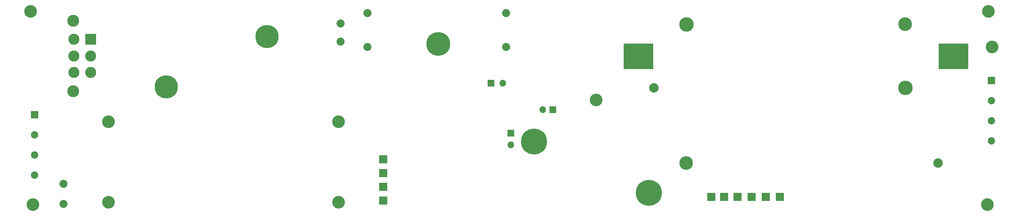
<source format=gbs>
G04 #@! TF.GenerationSoftware,KiCad,Pcbnew,7.0.9*
G04 #@! TF.CreationDate,2024-04-15T23:38:29-07:00*
G04 #@! TF.ProjectId,AVcarrierBoard,41566361-7272-4696-9572-426f6172642e,rev?*
G04 #@! TF.SameCoordinates,Original*
G04 #@! TF.FileFunction,Soldermask,Bot*
G04 #@! TF.FilePolarity,Negative*
%FSLAX46Y46*%
G04 Gerber Fmt 4.6, Leading zero omitted, Abs format (unit mm)*
G04 Created by KiCad (PCBNEW 7.0.9) date 2024-04-15 23:38:29*
%MOMM*%
%LPD*%
G01*
G04 APERTURE LIST*
G04 Aperture macros list*
%AMRoundRect*
0 Rectangle with rounded corners*
0 $1 Rounding radius*
0 $2 $3 $4 $5 $6 $7 $8 $9 X,Y pos of 4 corners*
0 Add a 4 corners polygon primitive as box body*
4,1,4,$2,$3,$4,$5,$6,$7,$8,$9,$2,$3,0*
0 Add four circle primitives for the rounded corners*
1,1,$1+$1,$2,$3*
1,1,$1+$1,$4,$5*
1,1,$1+$1,$6,$7*
1,1,$1+$1,$8,$9*
0 Add four rect primitives between the rounded corners*
20,1,$1+$1,$2,$3,$4,$5,0*
20,1,$1+$1,$4,$5,$6,$7,0*
20,1,$1+$1,$6,$7,$8,$9,0*
20,1,$1+$1,$8,$9,$2,$3,0*%
G04 Aperture macros list end*
%ADD10C,3.200000*%
%ADD11R,1.700000X1.700000*%
%ADD12O,1.700000X1.700000*%
%ADD13RoundRect,0.102000X-0.825000X0.825000X-0.825000X-0.825000X0.825000X-0.825000X0.825000X0.825000X0*%
%ADD14C,1.854000*%
%ADD15R,2.032000X2.032000*%
%ADD16C,2.032000*%
%ADD17C,2.999999*%
%ADD18R,2.800000X2.800000*%
%ADD19C,2.800000*%
%ADD20C,3.450000*%
%ADD21C,2.390000*%
%ADD22C,6.560820*%
%ADD23C,3.654400*%
%ADD24C,2.387600*%
%ADD25R,7.467600X6.477000*%
%ADD26C,5.842000*%
%ADD27C,6.000000*%
G04 APERTURE END LIST*
D10*
X171000000Y-93000000D03*
D11*
X144470200Y-88798400D03*
D12*
X147440200Y-88798400D03*
D13*
X29464000Y-96723200D03*
D14*
X29464000Y-101803200D03*
X29464000Y-106883200D03*
X29464000Y-111963200D03*
D10*
X48057500Y-98503750D03*
X48057500Y-118823750D03*
X106057500Y-98503750D03*
X106057500Y-118823750D03*
D15*
X117275000Y-108060000D03*
X117275000Y-111520000D03*
X117275000Y-114980000D03*
X117275000Y-118440000D03*
D16*
X36735000Y-114220000D03*
X36735000Y-119300000D03*
D10*
X28448000Y-70713600D03*
X29006800Y-119430800D03*
D17*
X39166800Y-90830400D03*
X39166800Y-73030436D03*
D18*
X43557799Y-77730434D03*
D19*
X43557799Y-81930433D03*
X43557799Y-86130432D03*
X39357800Y-77730434D03*
X39357800Y-81930433D03*
X39357800Y-86130432D03*
D20*
X193720000Y-108945000D03*
X248920000Y-73935000D03*
D21*
X257140000Y-108945000D03*
D13*
X270650000Y-88137500D03*
D14*
X270650000Y-93217500D03*
X270650000Y-98297500D03*
X270650000Y-103377500D03*
D10*
X269595600Y-119430800D03*
D11*
X160070800Y-95504000D03*
D12*
X157530800Y-95504000D03*
D10*
X270852000Y-79675000D03*
X269849600Y-70713600D03*
D22*
X155321000Y-103505000D03*
X184264300Y-116459000D03*
D15*
X217265000Y-117475000D03*
X213725000Y-117475000D03*
X210185000Y-117475000D03*
X206645000Y-117475000D03*
X203265000Y-117475000D03*
X200025000Y-117475000D03*
D23*
X249000000Y-90000000D03*
X193755000Y-73998000D03*
D24*
X185525400Y-90000000D03*
D25*
X261065000Y-81999000D03*
X181690000Y-81999000D03*
D26*
X62616800Y-89756000D03*
X88016800Y-77056000D03*
D16*
X106599387Y-78326000D03*
X106599387Y-73765535D03*
D27*
X131210000Y-78920000D03*
D16*
X148310000Y-71120000D03*
X148310000Y-79620000D03*
X113310000Y-71120000D03*
X113310000Y-79620000D03*
D11*
X149453600Y-101442600D03*
D12*
X149453600Y-104412600D03*
M02*

</source>
